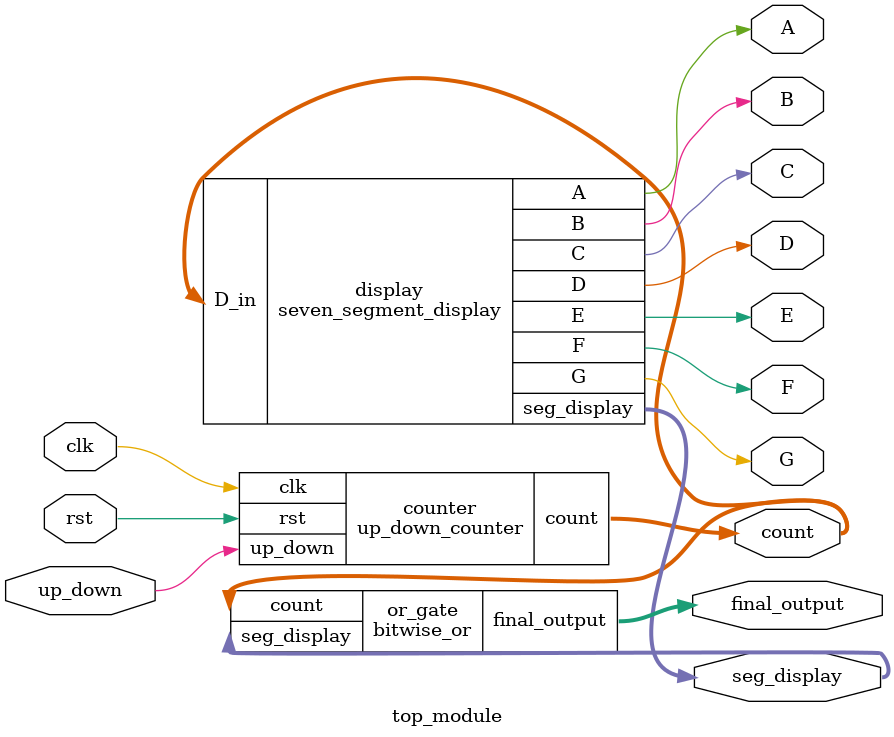
<source format=v>
module up_down_counter (
    input clk,
    input rst,
    input up_down,
    output reg [3:0] count
);

always @(posedge clk) begin
    if (rst) begin
        count <= 4'b0000;
    end else begin
        if (up_down) begin
            count <= count + 1;
        end else begin
            count <= count - 1;
        end
    end
end

endmodule

module seven_segment_display (
    input [3:0] D_in,
    output A,
    output B,
    output C,
    output D,
    output E,
    output F,
    output G,
    output reg [6:0] seg_display
);

always @(*) begin
    case (D_in)
        4'b0000: seg_display = 7'b1111110; // 0
        4'b0001: seg_display = 7'b0110000; // 1
        4'b0010: seg_display = 7'b1101101; // 2
        4'b0011: seg_display = 7'b1111001; // 3
        4'b0100: seg_display = 7'b0110011; // 4
        4'b0101: seg_display = 7'b1011011; // 5
        4'b0110: seg_display = 7'b1011111; // 6
        4'b0111: seg_display = 7'b1110000; // 7
        4'b1000: seg_display = 7'b1111111; // 8
        4'b1001: seg_display = 7'b1111011; // 9
        default: seg_display = 7'b0000001; // Error
    endcase
end

assign {A, B, C, D, E, F, G} = seg_display;

endmodule

module bitwise_or (
    input [3:0] count,
    input [6:0] seg_display,
    output reg [6:0] final_output
);

always @(*) begin
    final_output = count | seg_display;
end

endmodule

module top_module (
    input clk,
    input rst,
    input up_down,
    output A,
    output B,
    output C,
    output D,
    output E,
    output F,
    output G,
    output  [3:0] count,
    output  [6:0] seg_display,
    output  [6:0] final_output
);

up_down_counter counter (.clk(clk), .rst(rst), .up_down(up_down), .count(count));
seven_segment_display display (.D_in(count), .A(A), .B(B), .C(C), .D(D), .E(E), .F(F), .G(G), .seg_display(seg_display));
bitwise_or or_gate (.count(count), .seg_display(seg_display), .final_output(final_output));

endmodule
</source>
